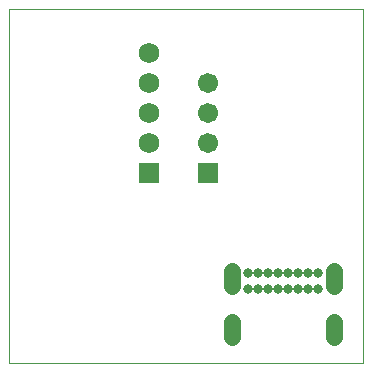
<source format=gbs>
G75*
%MOIN*%
%OFA0B0*%
%FSLAX25Y25*%
%IPPOS*%
%LPD*%
%AMOC8*
5,1,8,0,0,1.08239X$1,22.5*
%
%ADD10C,0.00000*%
%ADD11C,0.05518*%
%ADD12C,0.03156*%
%ADD13R,0.06900X0.06900*%
%ADD14C,0.06900*%
%ADD15R,0.06699X0.06699*%
%ADD16C,0.06699*%
D10*
X0009674Y0012935D02*
X0009674Y0131046D01*
X0127784Y0131046D01*
X0127784Y0012935D01*
X0009674Y0012935D01*
D11*
X0084075Y0021671D02*
X0084075Y0026789D01*
X0084075Y0038600D02*
X0084075Y0043718D01*
X0118091Y0043718D02*
X0118091Y0038600D01*
X0118091Y0026789D02*
X0118091Y0021671D01*
D12*
X0112795Y0037813D03*
X0109449Y0037813D03*
X0106102Y0037813D03*
X0102756Y0037813D03*
X0099409Y0037813D03*
X0096063Y0037813D03*
X0092717Y0037813D03*
X0089370Y0037813D03*
X0089370Y0043128D03*
X0092717Y0043128D03*
X0096063Y0043128D03*
X0099409Y0043128D03*
X0102756Y0043128D03*
X0106102Y0043128D03*
X0109449Y0043128D03*
X0112795Y0043128D03*
D13*
X0056524Y0076321D03*
D14*
X0056524Y0086321D03*
X0056524Y0096321D03*
X0056524Y0106321D03*
X0056524Y0116321D03*
D15*
X0076209Y0076321D03*
D16*
X0076209Y0086321D03*
X0076209Y0096321D03*
X0076209Y0106321D03*
M02*

</source>
